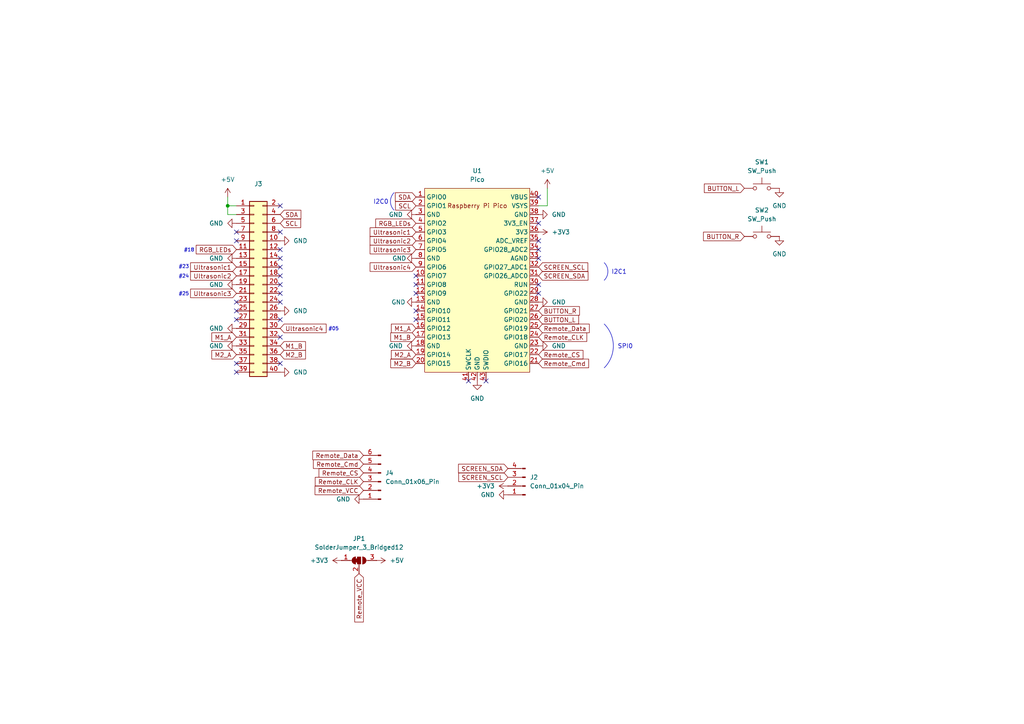
<source format=kicad_sch>
(kicad_sch (version 20231120) (generator "eeschema") (generator_version "8.0")
  (paper "A4")
  (lib_symbols
    (symbol "Connector:Conn_01x04_Pin" (pin_names (offset 1.016) hide)
      (property "Reference" "J" (at 0 5.08 0))
      (property "Value" "Conn_01x04_Pin" (at 0 -7.62 0))
      (symbol "Conn_01x04_Pin_1_1"
        (polyline (pts (xy 1.27 -5.08) (xy 0.8636 -5.08)) (stroke (width 0.1524)))
        (polyline (pts (xy 1.27 -2.54) (xy 0.8636 -2.54)) (stroke (width 0.1524)))
        (polyline (pts (xy 1.27 0) (xy 0.8636 0)) (stroke (width 0.1524)))
        (polyline (pts (xy 1.27 2.54) (xy 0.8636 2.54)) (stroke (width 0.1524)))
        (rectangle (start 0.8636 -4.953) (end 0 -5.207) (stroke (width 0.1524)) (fill (type outline)))
        (rectangle (start 0.8636 -2.413) (end 0 -2.667) (stroke (width 0.1524)) (fill (type outline)))
        (rectangle (start 0.8636 0.127) (end 0 -0.127) (stroke (width 0.1524)) (fill (type outline)))
        (rectangle (start 0.8636 2.667) (end 0 2.413) (stroke (width 0.1524)) (fill (type outline)))
        (pin passive line (at 5.08 2.54 180) (length 3.81) (name "Pin_1") (number "1"))
        (pin passive line (at 5.08 0 180) (length 3.81) (name "Pin_2") (number "2"))
        (pin passive line (at 5.08 -2.54 180) (length 3.81) (name "Pin_3") (number "3"))
        (pin passive line (at 5.08 -5.08 180) (length 3.81) (name "Pin_4") (number "4"))
      )
    )
    (symbol "Connector:Conn_01x06_Pin" (pin_names (offset 1.016) hide)
      (property "Reference" "J" (at 0 7.62 0))
      (property "Value" "Conn_01x06_Pin" (at 0 -10.16 0))
      (symbol "Conn_01x06_Pin_1_1"
        (polyline (pts (xy 1.27 -7.62) (xy 0.8636 -7.62)) (stroke (width 0.1524)))
        (polyline (pts (xy 1.27 -5.08) (xy 0.8636 -5.08)) (stroke (width 0.1524)))
        (polyline (pts (xy 1.27 -2.54) (xy 0.8636 -2.54)) (stroke (width 0.1524)))
        (polyline (pts (xy 1.27 0) (xy 0.8636 0)) (stroke (width 0.1524)))
        (polyline (pts (xy 1.27 2.54) (xy 0.8636 2.54)) (stroke (width 0.1524)))
        (polyline (pts (xy 1.27 5.08) (xy 0.8636 5.08)) (stroke (width 0.1524)))
        (rectangle (start 0.8636 -7.493) (end 0 -7.747) (stroke (width 0.1524)) (fill (type outline)))
        (rectangle (start 0.8636 -4.953) (end 0 -5.207) (stroke (width 0.1524)) (fill (type outline)))
        (rectangle (start 0.8636 -2.413) (end 0 -2.667) (stroke (width 0.1524)) (fill (type outline)))
        (rectangle (start 0.8636 0.127) (end 0 -0.127) (stroke (width 0.1524)) (fill (type outline)))
        (rectangle (start 0.8636 2.667) (end 0 2.413) (stroke (width 0.1524)) (fill (type outline)))
        (rectangle (start 0.8636 5.207) (end 0 4.953) (stroke (width 0.1524)) (fill (type outline)))
        (pin passive line (at 5.08 5.08 180) (length 3.81) (name "Pin_1") (number "1"))
        (pin passive line (at 5.08 2.54 180) (length 3.81) (name "Pin_2") (number "2"))
        (pin passive line (at 5.08 0 180) (length 3.81) (name "Pin_3") (number "3"))
        (pin passive line (at 5.08 -2.54 180) (length 3.81) (name "Pin_4") (number "4"))
        (pin passive line (at 5.08 -5.08 180) (length 3.81) (name "Pin_5") (number "5"))
        (pin passive line (at 5.08 -7.62 180) (length 3.81) (name "Pin_6") (number "6"))
      )
    )
    (symbol "Connector_Generic:Conn_02x20_Odd_Even" (pin_names (offset 1.016) hide)
      (property "Reference" "J" (at 1.27 25.4 0))
      (property "Value" "Conn_02x20_Odd_Even" (at 1.27 -27.94 0))
      (symbol "Conn_02x20_Odd_Even_1_1"
        (rectangle (start -1.27 -25.273) (end 0 -25.527) (stroke (width 0.1524)))
        (rectangle (start -1.27 -22.733) (end 0 -22.987) (stroke (width 0.1524)))
        (rectangle (start -1.27 -20.193) (end 0 -20.447) (stroke (width 0.1524)))
        (rectangle (start -1.27 -17.653) (end 0 -17.907) (stroke (width 0.1524)))
        (rectangle (start -1.27 -15.113) (end 0 -15.367) (stroke (width 0.1524)))
        (rectangle (start -1.27 -12.573) (end 0 -12.827) (stroke (width 0.1524)))
        (rectangle (start -1.27 -10.033) (end 0 -10.287) (stroke (width 0.1524)))
        (rectangle (start -1.27 -7.493) (end 0 -7.747) (stroke (width 0.1524)))
        (rectangle (start -1.27 -4.953) (end 0 -5.207) (stroke (width 0.1524)))
        (rectangle (start -1.27 -2.413) (end 0 -2.667) (stroke (width 0.1524)))
        (rectangle (start -1.27 0.127) (end 0 -0.127) (stroke (width 0.1524)))
        (rectangle (start -1.27 2.667) (end 0 2.413) (stroke (width 0.1524)))
        (rectangle (start -1.27 5.207) (end 0 4.953) (stroke (width 0.1524)))
        (rectangle (start -1.27 7.747) (end 0 7.493) (stroke (width 0.1524)))
        (rectangle (start -1.27 10.287) (end 0 10.033) (stroke (width 0.1524)))
        (rectangle (start -1.27 12.827) (end 0 12.573) (stroke (width 0.1524)))
        (rectangle (start -1.27 15.367) (end 0 15.113) (stroke (width 0.1524)))
        (rectangle (start -1.27 17.907) (end 0 17.653) (stroke (width 0.1524)))
        (rectangle (start -1.27 20.447) (end 0 20.193) (stroke (width 0.1524)))
        (rectangle (start -1.27 22.987) (end 0 22.733) (stroke (width 0.1524)))
        (rectangle (start -1.27 24.13) (end 3.81 -26.67) (stroke (width 0.254)) (fill (type background)))
        (rectangle (start 3.81 -25.273) (end 2.54 -25.527) (stroke (width 0.1524)))
        (rectangle (start 3.81 -22.733) (end 2.54 -22.987) (stroke (width 0.1524)))
        (rectangle (start 3.81 -20.193) (end 2.54 -20.447) (stroke (width 0.1524)))
        (rectangle (start 3.81 -17.653) (end 2.54 -17.907) (stroke (width 0.1524)))
        (rectangle (start 3.81 -15.113) (end 2.54 -15.367) (stroke (width 0.1524)))
        (rectangle (start 3.81 -12.573) (end 2.54 -12.827) (stroke (width 0.1524)))
        (rectangle (start 3.81 -10.033) (end 2.54 -10.287) (stroke (width 0.1524)))
        (rectangle (start 3.81 -7.493) (end 2.54 -7.747) (stroke (width 0.1524)))
        (rectangle (start 3.81 -4.953) (end 2.54 -5.207) (stroke (width 0.1524)))
        (rectangle (start 3.81 -2.413) (end 2.54 -2.667) (stroke (width 0.1524)))
        (rectangle (start 3.81 0.127) (end 2.54 -0.127) (stroke (width 0.1524)))
        (rectangle (start 3.81 2.667) (end 2.54 2.413) (stroke (width 0.1524)))
        (rectangle (start 3.81 5.207) (end 2.54 4.953) (stroke (width 0.1524)))
        (rectangle (start 3.81 7.747) (end 2.54 7.493) (stroke (width 0.1524)))
        (rectangle (start 3.81 10.287) (end 2.54 10.033) (stroke (width 0.1524)))
        (rectangle (start 3.81 12.827) (end 2.54 12.573) (stroke (width 0.1524)))
        (rectangle (start 3.81 15.367) (end 2.54 15.113) (stroke (width 0.1524)))
        (rectangle (start 3.81 17.907) (end 2.54 17.653) (stroke (width 0.1524)))
        (rectangle (start 3.81 20.447) (end 2.54 20.193) (stroke (width 0.1524)))
        (rectangle (start 3.81 22.987) (end 2.54 22.733) (stroke (width 0.1524)))
        (pin passive line (at -5.08 22.86 0) (length 3.81) (name "Pin_1") (number "1"))
        (pin passive line (at 7.62 12.7 180) (length 3.81) (name "Pin_10") (number "10"))
        (pin passive line (at -5.08 10.16 0) (length 3.81) (name "Pin_11") (number "11"))
        (pin passive line (at 7.62 10.16 180) (length 3.81) (name "Pin_12") (number "12"))
        (pin passive line (at -5.08 7.62 0) (length 3.81) (name "Pin_13") (number "13"))
        (pin passive line (at 7.62 7.62 180) (length 3.81) (name "Pin_14") (number "14"))
        (pin passive line (at -5.08 5.08 0) (length 3.81) (name "Pin_15") (number "15"))
        (pin passive line (at 7.62 5.08 180) (length 3.81) (name "Pin_16") (number "16"))
        (pin passive line (at -5.08 2.54 0) (length 3.81) (name "Pin_17") (number "17"))
        (pin passive line (at 7.62 2.54 180) (length 3.81) (name "Pin_18") (number "18"))
        (pin passive line (at -5.08 0 0) (length 3.81) (name "Pin_19") (number "19"))
        (pin passive line (at 7.62 22.86 180) (length 3.81) (name "Pin_2") (number "2"))
        (pin passive line (at 7.62 0 180) (length 3.81) (name "Pin_20") (number "20"))
        (pin passive line (at -5.08 -2.54 0) (length 3.81) (name "Pin_21") (number "21"))
        (pin passive line (at 7.62 -2.54 180) (length 3.81) (name "Pin_22") (number "22"))
        (pin passive line (at -5.08 -5.08 0) (length 3.81) (name "Pin_23") (number "23"))
        (pin passive line (at 7.62 -5.08 180) (length 3.81) (name "Pin_24") (number "24"))
        (pin passive line (at -5.08 -7.62 0) (length 3.81) (name "Pin_25") (number "25"))
        (pin passive line (at 7.62 -7.62 180) (length 3.81) (name "Pin_26") (number "26"))
        (pin passive line (at -5.08 -10.16 0) (length 3.81) (name "Pin_27") (number "27"))
        (pin passive line (at 7.62 -10.16 180) (length 3.81) (name "Pin_28") (number "28"))
        (pin passive line (at -5.08 -12.7 0) (length 3.81) (name "Pin_29") (number "29"))
        (pin passive line (at -5.08 20.32 0) (length 3.81) (name "Pin_3") (number "3"))
        (pin passive line (at 7.62 -12.7 180) (length 3.81) (name "Pin_30") (number "30"))
        (pin passive line (at -5.08 -15.24 0) (length 3.81) (name "Pin_31") (number "31"))
        (pin passive line (at 7.62 -15.24 180) (length 3.81) (name "Pin_32") (number "32"))
        (pin passive line (at -5.08 -17.78 0) (length 3.81) (name "Pin_33") (number "33"))
        (pin passive line (at 7.62 -17.78 180) (length 3.81) (name "Pin_34") (number "34"))
        (pin passive line (at -5.08 -20.32 0) (length 3.81) (name "Pin_35") (number "35"))
        (pin passive line (at 7.62 -20.32 180) (length 3.81) (name "Pin_36") (number "36"))
        (pin passive line (at -5.08 -22.86 0) (length 3.81) (name "Pin_37") (number "37"))
        (pin passive line (at 7.62 -22.86 180) (length 3.81) (name "Pin_38") (number "38"))
        (pin passive line (at -5.08 -25.4 0) (length 3.81) (name "Pin_39") (number "39"))
        (pin passive line (at 7.62 20.32 180) (length 3.81) (name "Pin_4") (number "4"))
        (pin passive line (at 7.62 -25.4 180) (length 3.81) (name "Pin_40") (number "40"))
        (pin passive line (at -5.08 17.78 0) (length 3.81) (name "Pin_5") (number "5"))
        (pin passive line (at 7.62 17.78 180) (length 3.81) (name "Pin_6") (number "6"))
        (pin passive line (at -5.08 15.24 0) (length 3.81) (name "Pin_7") (number "7"))
        (pin passive line (at 7.62 15.24 180) (length 3.81) (name "Pin_8") (number "8"))
        (pin passive line (at -5.08 12.7 0) (length 3.81) (name "Pin_9") (number "9"))
      )
    )
    (symbol "Jumper:SolderJumper_3_Bridged12" (pin_names (offset 0) hide) (exclude_from_sim yes) (in_bom no)
      (property "Reference" "JP" (at -2.54 -2.54 0))
      (property "Value" "SolderJumper_3_Bridged12" (at 0 2.794 0))
      (symbol "SolderJumper_3_Bridged12_0_1"
        (rectangle (start -1.016 0.508) (end -0.508 -0.508) (fill (type outline)))
        (arc (start -1.016 1.016) (mid -2.0276 0) (end -1.016 -1.016))
        (arc (start -1.016 1.016) (mid -2.0276 0) (end -1.016 -1.016) (fill (type outline)))
        (rectangle (start -0.508 1.016) (end 0.508 -1.016) (fill (type outline)))
        (polyline (pts (xy -2.54 0) (xy -2.032 0)))
        (polyline (pts (xy -1.016 1.016) (xy -1.016 -1.016)))
        (polyline (pts (xy 0 -1.27) (xy 0 -1.016)))
        (polyline (pts (xy 1.016 1.016) (xy 1.016 -1.016)))
        (polyline (pts (xy 2.54 0) (xy 2.032 0)))
        (arc (start 1.016 -1.016) (mid 2.0276 0) (end 1.016 1.016))
        (arc (start 1.016 -1.016) (mid 2.0276 0) (end 1.016 1.016) (fill (type outline)))
      )
      (symbol "SolderJumper_3_Bridged12_1_1"
        (pin passive line (at -5.08 0 0) (length 2.54) (name "A") (number "1"))
        (pin passive line (at 0 -3.81 90) (length 2.54) (name "C") (number "2"))
        (pin passive line (at 5.08 0 180) (length 2.54) (name "B") (number "3"))
      )
    )
    (symbol "MCU_RaspberryPi_and_Boards:Pico"
      (property "Reference" "U" (at -13.97 27.94 0))
      (property "Value" "Pico" (at 0 19.05 0))
      (symbol "Pico_0_0"
        (text "Raspberry Pi Pico" (at 0 21.59 0) (effects (font (size 1.27 1.27))))
      )
      (symbol "Pico_0_1"
        (rectangle (start -15.24 26.67) (end 15.24 -26.67) (fill (type background)))
      )
      (symbol "Pico_1_1"
        (pin bidirectional line (at -17.78 24.13 0) (length 2.54) (name "GPIO0") (number "1"))
        (pin bidirectional line (at -17.78 1.27 0) (length 2.54) (name "GPIO7") (number "10"))
        (pin bidirectional line (at -17.78 -1.27 0) (length 2.54) (name "GPIO8") (number "11"))
        (pin bidirectional line (at -17.78 -3.81 0) (length 2.54) (name "GPIO9") (number "12"))
        (pin power_in line (at -17.78 -6.35 0) (length 2.54) (name "GND") (number "13"))
        (pin bidirectional line (at -17.78 -8.89 0) (length 2.54) (name "GPIO10") (number "14"))
        (pin bidirectional line (at -17.78 -11.43 0) (length 2.54) (name "GPIO11") (number "15"))
        (pin bidirectional line (at -17.78 -13.97 0) (length 2.54) (name "GPIO12") (number "16"))
        (pin bidirectional line (at -17.78 -16.51 0) (length 2.54) (name "GPIO13") (number "17"))
        (pin power_in line (at -17.78 -19.05 0) (length 2.54) (name "GND") (number "18"))
        (pin bidirectional line (at -17.78 -21.59 0) (length 2.54) (name "GPIO14") (number "19"))
        (pin bidirectional line (at -17.78 21.59 0) (length 2.54) (name "GPIO1") (number "2"))
        (pin bidirectional line (at -17.78 -24.13 0) (length 2.54) (name "GPIO15") (number "20"))
        (pin bidirectional line (at 17.78 -24.13 180) (length 2.54) (name "GPIO16") (number "21"))
        (pin bidirectional line (at 17.78 -21.59 180) (length 2.54) (name "GPIO17") (number "22"))
        (pin power_in line (at 17.78 -19.05 180) (length 2.54) (name "GND") (number "23"))
        (pin bidirectional line (at 17.78 -16.51 180) (length 2.54) (name "GPIO18") (number "24"))
        (pin bidirectional line (at 17.78 -13.97 180) (length 2.54) (name "GPIO19") (number "25"))
        (pin bidirectional line (at 17.78 -11.43 180) (length 2.54) (name "GPIO20") (number "26"))
        (pin bidirectional line (at 17.78 -8.89 180) (length 2.54) (name "GPIO21") (number "27"))
        (pin power_in line (at 17.78 -6.35 180) (length 2.54) (name "GND") (number "28"))
        (pin bidirectional line (at 17.78 -3.81 180) (length 2.54) (name "GPIO22") (number "29"))
        (pin power_in line (at -17.78 19.05 0) (length 2.54) (name "GND") (number "3"))
        (pin input line (at 17.78 -1.27 180) (length 2.54) (name "RUN") (number "30"))
        (pin bidirectional line (at 17.78 1.27 180) (length 2.54) (name "GPIO26_ADC0") (number "31"))
        (pin bidirectional line (at 17.78 3.81 180) (length 2.54) (name "GPIO27_ADC1") (number "32"))
        (pin power_in line (at 17.78 6.35 180) (length 2.54) (name "AGND") (number "33"))
        (pin bidirectional line (at 17.78 8.89 180) (length 2.54) (name "GPIO28_ADC2") (number "34"))
        (pin power_in line (at 17.78 11.43 180) (length 2.54) (name "ADC_VREF") (number "35"))
        (pin power_in line (at 17.78 13.97 180) (length 2.54) (name "3V3") (number "36"))
        (pin input line (at 17.78 16.51 180) (length 2.54) (name "3V3_EN") (number "37"))
        (pin bidirectional line (at 17.78 19.05 180) (length 2.54) (name "GND") (number "38"))
        (pin power_in line (at 17.78 21.59 180) (length 2.54) (name "VSYS") (number "39"))
        (pin bidirectional line (at -17.78 16.51 0) (length 2.54) (name "GPIO2") (number "4"))
        (pin power_in line (at 17.78 24.13 180) (length 2.54) (name "VBUS") (number "40"))
        (pin input line (at -2.54 -29.21 90) (length 2.54) (name "SWCLK") (number "41"))
        (pin power_in line (at 0 -29.21 90) (length 2.54) (name "GND") (number "42"))
        (pin bidirectional line (at 2.54 -29.21 90) (length 2.54) (name "SWDIO") (number "43"))
        (pin bidirectional line (at -17.78 13.97 0) (length 2.54) (name "GPIO3") (number "5"))
        (pin bidirectional line (at -17.78 11.43 0) (length 2.54) (name "GPIO4") (number "6"))
        (pin bidirectional line (at -17.78 8.89 0) (length 2.54) (name "GPIO5") (number "7"))
        (pin power_in line (at -17.78 6.35 0) (length 2.54) (name "GND") (number "8"))
        (pin bidirectional line (at -17.78 3.81 0) (length 2.54) (name "GPIO6") (number "9"))
      )
    )
    (symbol "Switch:SW_Push" (pin_numbers hide) (pin_names (offset 1.016) hide)
      (property "Reference" "SW" (at 1.27 2.54 0))
      (property "Value" "SW_Push" (at 0 -1.524 0))
      (symbol "SW_Push_0_1"
        (circle (center -2.032 0) (radius 0.508))
        (polyline (pts (xy 0 1.27) (xy 0 3.048)))
        (polyline (pts (xy 2.54 1.27) (xy -2.54 1.27)))
        (circle (center 2.032 0) (radius 0.508))
        (pin passive line (at -5.08 0 0) (length 2.54) (name "1") (number "1"))
        (pin passive line (at 5.08 0 180) (length 2.54) (name "2") (number "2"))
      )
    )
    (symbol "power:+3V3" (power) (pin_numbers hide) (pin_names (offset 0) hide)
      (property "Value" "+3V3" (at 0 3.556 0))
      (symbol "+3V3_0_1"
        (polyline (pts (xy -0.762 1.27) (xy 0 2.54)))
        (polyline (pts (xy 0 0) (xy 0 2.54)))
        (polyline (pts (xy 0 2.54) (xy 0.762 1.27)))
      )
      (symbol "+3V3_1_1"
        (pin power_in line (at 0 0 90) (length 0) (name "~") (number "1"))
      )
    )
    (symbol "power:+5V" (power) (pin_numbers hide) (pin_names (offset 0) hide)
      (property "Value" "+5V" (at 0 3.556 0))
      (symbol "+5V_0_1"
        (polyline (pts (xy -0.762 1.27) (xy 0 2.54)))
        (polyline (pts (xy 0 0) (xy 0 2.54)))
        (polyline (pts (xy 0 2.54) (xy 0.762 1.27)))
      )
      (symbol "+5V_1_1"
        (pin power_in line (at 0 0 90) (length 0) (name "~") (number "1"))
      )
    )
    (symbol "power:GND" (power) (pin_numbers hide) (pin_names (offset 0) hide)
      (property "Value" "GND" (at 0 -3.81 0))
      (symbol "GND_0_1"
        (polyline (pts (xy 0 0) (xy 0 -1.27) (xy 1.27 -1.27) (xy 0 -2.54) (xy -1.27 -1.27) (xy 0 -1.27)))
      )
      (symbol "GND_1_1"
        (pin power_in line (at 0 0 270) (length 0) (name "~") (number "1"))
      )
    )
  )
  (junction (at 66.04 59.69))
  (no_connect (at 81.28 72.39))
  (no_connect (at 120.65 90.17))
  (no_connect (at 81.28 87.63))
  (no_connect (at 135.89 110.49))
  (no_connect (at 81.28 97.79))
  (no_connect (at 120.65 85.09))
  (no_connect (at 81.28 80.01))
  (no_connect (at 156.21 64.77))
  (no_connect (at 81.28 74.93))
  (no_connect (at 68.58 87.63))
  (no_connect (at 120.65 92.71))
  (no_connect (at 81.28 85.09))
  (no_connect (at 156.21 85.09))
  (no_connect (at 68.58 67.31))
  (no_connect (at 156.21 74.93))
  (no_connect (at 81.28 67.31))
  (no_connect (at 68.58 69.85))
  (no_connect (at 81.28 92.71))
  (no_connect (at 120.65 80.01))
  (no_connect (at 156.21 72.39))
  (no_connect (at 68.58 92.71))
  (no_connect (at 120.65 82.55))
  (no_connect (at 68.58 105.41))
  (no_connect (at 156.21 82.55))
  (no_connect (at 140.97 110.49))
  (no_connect (at 156.21 69.85))
  (no_connect (at 81.28 82.55))
  (no_connect (at 68.58 107.95))
  (no_connect (at 156.21 57.15))
  (no_connect (at 81.28 59.69))
  (no_connect (at 81.28 77.47))
  (no_connect (at 81.28 105.41))
  (no_connect (at 68.58 90.17))
  (wire (pts (xy 156.21 59.69) (xy 158.75 59.69)))
  (wire (pts (xy 66.04 62.23) (xy 68.58 62.23)))
  (wire (pts (xy 66.04 59.69) (xy 66.04 62.23)))
  (wire (pts (xy 158.75 54.61) (xy 158.75 59.69)))
  (wire (pts (xy 66.04 59.69) (xy 68.58 59.69)))
  (wire (pts (xy 66.04 57.15) (xy 66.04 59.69)))
  (arc (start 175.26 93.98) (mid 177.8903 100.33) (end 175.26 106.68))
  (arc (start 114.3 60.96) (mid 113.2479 58.42) (end 114.3 55.88))
  (arc (start 175.26 76.2) (mid 176.3121 78.74) (end 175.26 81.28))
  (text "I2C1" (at 179.578 78.994 0) (effects (font (size 1.27 1.27))))
  (text "#24" (at 53.34 80.264 0) (effects (font (size 1 1))))
  (text "SPI0" (at 181.356 100.584 0) (effects (font (size 1.27 1.27))))
  (text "#18" (at 54.864 72.644 0) (effects (font (size 1 1))))
  (text "#05" (at 96.774 95.504 0) (effects (font (size 1 1))))
  (text "#23" (at 53.34 77.47 0) (effects (font (size 1 1))))
  (text "I2C0" (at 110.49 58.674 0) (effects (font (size 1.27 1.27))))
  (text "#25" (at 53.34 85.344 0) (effects (font (size 1 1))))
  (global_label "Ultrasonic4" (shape input) (at 81.28 95.25 0) (property "Intersheetrefs" "${INTERSHEET_REFS}" (effects (hide yes))))
  (global_label "SCREEN_SCL" (shape input) (at 156.21 77.47 0) (property "Intersheetrefs" "${INTERSHEET_REFS}" (effects (hide yes))))
  (global_label "Remote_Data" (shape input) (at 156.21 95.25 0) (property "Intersheetrefs" "${INTERSHEET_REFS}" (effects (hide yes))))
  (global_label "Ultrasonic2" (shape input) (at 68.58 80.01 180) (property "Intersheetrefs" "${INTERSHEET_REFS}" (effects (hide yes))))
  (global_label "BUTTON_R" (shape input) (at 156.21 90.17 0) (property "Intersheetrefs" "${INTERSHEET_REFS}" (effects (hide yes))))
  (global_label "BUTTON_L" (shape input) (at 215.9 54.61 180) (property "Intersheetrefs" "${INTERSHEET_REFS}" (effects (hide yes))))
  (global_label "M2_A" (shape input) (at 68.58 102.87 180) (property "Intersheetrefs" "${INTERSHEET_REFS}" (effects (hide yes))))
  (global_label "M1_A" (shape input) (at 68.58 97.79 180) (property "Intersheetrefs" "${INTERSHEET_REFS}" (effects (hide yes))))
  (global_label "Remote_CS" (shape input) (at 105.41 137.16 180) (property "Intersheetrefs" "${INTERSHEET_REFS}" (effects (hide yes))))
  (global_label "M1_B" (shape input) (at 120.65 97.79 180) (property "Intersheetrefs" "${INTERSHEET_REFS}" (effects (hide yes))))
  (global_label "Ultrasonic1" (shape input) (at 68.58 77.47 180) (property "Intersheetrefs" "${INTERSHEET_REFS}" (effects (hide yes))))
  (global_label "Remote_Data" (shape input) (at 105.41 132.08 180) (property "Intersheetrefs" "${INTERSHEET_REFS}" (effects (hide yes))))
  (global_label "Remote_CLK" (shape input) (at 105.41 139.7 180) (property "Intersheetrefs" "${INTERSHEET_REFS}" (effects (hide yes))))
  (global_label "BUTTON_L" (shape input) (at 156.21 92.71 0) (property "Intersheetrefs" "${INTERSHEET_REFS}" (effects (hide yes))))
  (global_label "M1_B" (shape input) (at 81.28 100.33 0) (property "Intersheetrefs" "${INTERSHEET_REFS}" (effects (hide yes))))
  (global_label "SCREEN_SDA" (shape input) (at 156.21 80.01 0) (property "Intersheetrefs" "${INTERSHEET_REFS}" (effects (hide yes))))
  (global_label "Remote_Cmd" (shape input) (at 105.41 134.62 180) (property "Intersheetrefs" "${INTERSHEET_REFS}" (effects (hide yes))))
  (global_label "SCL" (shape input) (at 81.28 64.77 0) (property "Intersheetrefs" "${INTERSHEET_REFS}" (effects (hide yes))))
  (global_label "SCREEN_SCL" (shape input) (at 147.32 138.43 180) (property "Intersheetrefs" "${INTERSHEET_REFS}" (effects (hide yes))))
  (global_label "Remote_CLK" (shape input) (at 156.21 97.79 0) (property "Intersheetrefs" "${INTERSHEET_REFS}" (effects (hide yes))))
  (global_label "M2_A" (shape input) (at 120.65 102.87 180) (property "Intersheetrefs" "${INTERSHEET_REFS}" (effects (hide yes))))
  (global_label "M2_B" (shape input) (at 120.65 105.41 180) (property "Intersheetrefs" "${INTERSHEET_REFS}" (effects (hide yes))))
  (global_label "Ultrasonic3" (shape input) (at 120.65 72.39 180) (property "Intersheetrefs" "${INTERSHEET_REFS}" (effects (hide yes))))
  (global_label "SDA" (shape input) (at 81.28 62.23 0) (property "Intersheetrefs" "${INTERSHEET_REFS}" (effects (hide yes))))
  (global_label "Remote_VCC" (shape input) (at 105.41 142.24 180) (property "Intersheetrefs" "${INTERSHEET_REFS}" (effects (hide yes))))
  (global_label "SCL" (shape input) (at 120.65 59.69 180) (property "Intersheetrefs" "${INTERSHEET_REFS}" (effects (hide yes))))
  (global_label "Ultrasonic4" (shape input) (at 120.65 77.47 180) (property "Intersheetrefs" "${INTERSHEET_REFS}" (effects (hide yes))))
  (global_label "Remote_Cmd" (shape input) (at 156.21 105.41 0) (property "Intersheetrefs" "${INTERSHEET_REFS}" (effects (hide yes))))
  (global_label "RGB_LEDs" (shape input) (at 120.65 64.77 180) (property "Intersheetrefs" "${INTERSHEET_REFS}" (effects (hide yes))))
  (global_label "Ultrasonic1" (shape input) (at 120.65 67.31 180) (property "Intersheetrefs" "${INTERSHEET_REFS}" (effects (hide yes))))
  (global_label "BUTTON_R" (shape input) (at 215.9 68.58 180) (property "Intersheetrefs" "${INTERSHEET_REFS}" (effects (hide yes))))
  (global_label "M1_A" (shape input) (at 120.65 95.25 180) (property "Intersheetrefs" "${INTERSHEET_REFS}" (effects (hide yes))))
  (global_label "Ultrasonic2" (shape input) (at 120.65 69.85 180) (property "Intersheetrefs" "${INTERSHEET_REFS}" (effects (hide yes))))
  (global_label "Remote_VCC" (shape input) (at 104.14 166.37 270) (property "Intersheetrefs" "${INTERSHEET_REFS}" (effects (hide yes))))
  (global_label "SCREEN_SDA" (shape input) (at 147.32 135.89 180) (property "Intersheetrefs" "${INTERSHEET_REFS}" (effects (hide yes))))
  (global_label "RGB_LEDs" (shape input) (at 68.58 72.39 180) (property "Intersheetrefs" "${INTERSHEET_REFS}" (effects (hide yes))))
  (global_label "M2_B" (shape input) (at 81.28 102.87 0) (property "Intersheetrefs" "${INTERSHEET_REFS}" (effects (hide yes))))
  (global_label "Ultrasonic3" (shape input) (at 68.58 85.09 180) (property "Intersheetrefs" "${INTERSHEET_REFS}" (effects (hide yes))))
  (global_label "Remote_CS" (shape input) (at 156.21 102.87 0) (property "Intersheetrefs" "${INTERSHEET_REFS}" (effects (hide yes))))
  (global_label "SDA" (shape input) (at 120.65 57.15 180) (property "Intersheetrefs" "${INTERSHEET_REFS}" (effects (hide yes))))
  (symbol (lib_id "power:GND") (at 68.58 64.77 270) (unit 1)
    (property "Reference" "#PWR010" (effects (hide yes)))
    (property "Value" "GND" (at 64.77 64.7699 90) (effects (justify right)))
    (property "Description" "Power symbol creates a global label with name \"GND\" , ground" (effects (hide yes)))
  )
  (symbol (lib_id "power:GND") (at 68.58 100.33 270) (unit 1)
    (property "Reference" "#PWR020" (effects (hide yes)))
    (property "Value" "GND" (at 64.77 100.3299 90) (effects (justify right)))
    (property "Description" "Power symbol creates a global label with name \"GND\" , ground" (effects (hide yes)))
  )
  (symbol (lib_id "power:GND") (at 81.28 90.17 90) (unit 1)
    (property "Reference" "#PWR023" (effects (hide yes)))
    (property "Value" "GND" (at 85.09 90.1699 90) (effects (justify right)))
    (property "Description" "Power symbol creates a global label with name \"GND\" , ground" (effects (hide yes)))
  )
  (symbol (lib_id "Connector_Generic:Conn_02x20_Odd_Even") (at 73.66 82.55 0) (unit 1)
    (property "Reference" "J3" (at 74.93 53.34 0))
    (property "Value" "Conn_02x20_Odd_Even" (effects (hide yes)))
    (property "Footprint" "Connector_PinHeader_2.54mm:PinHeader_2x20_P2.54mm_Vertical" (effects (hide yes)))
    (property "Description" "Generic connector, double row, 02x20, odd/even pin numbering scheme (row 1 odd numbers, row 2 even numbers), script generated (kicad-library-utils/schlib/autogen/connector/)" (effects (hide yes)))
  )
  (symbol (lib_id "Switch:SW_Push") (at 220.98 68.58 0) (unit 1)
    (property "Reference" "SW2" (at 220.98 60.96 0))
    (property "Value" "SW_Push" (at 220.98 63.5 0))
    (property "Footprint" "Button_Switch_THT:SW_PUSH_6mm" (effects (hide yes)))
    (property "Description" "Push button switch, generic, two pins" (effects (hide yes)))
  )
  (symbol (lib_id "power:GND") (at 81.28 69.85 90) (unit 1)
    (property "Reference" "#PWR024" (effects (hide yes)))
    (property "Value" "GND" (at 85.09 69.8499 90) (effects (justify right)))
    (property "Description" "Power symbol creates a global label with name \"GND\" , ground" (effects (hide yes)))
  )
  (symbol (lib_id "power:+3V3") (at 147.32 140.97 90) (unit 1)
    (property "Reference" "#PWR016" (effects (hide yes)))
    (property "Value" "+3V3" (at 143.51 140.9699 90) (effects (justify left)))
    (property "Description" "Power symbol creates a global label with name \"+3V3\"" (effects (hide yes)))
  )
  (symbol (lib_id "power:GND") (at 68.58 95.25 270) (unit 1)
    (property "Reference" "#PWR019" (effects (hide yes)))
    (property "Value" "GND" (at 64.77 95.2499 90) (effects (justify right)))
    (property "Description" "Power symbol creates a global label with name \"GND\" , ground" (effects (hide yes)))
  )
  (symbol (lib_id "power:GND") (at 226.06 68.58 0) (unit 1)
    (property "Reference" "#PWR026" (effects (hide yes)))
    (property "Value" "GND" (at 226.06 73.66 0))
    (property "Description" "Power symbol creates a global label with name \"GND\" , ground" (effects (hide yes)))
  )
  (symbol (lib_id "power:GND") (at 147.32 143.51 270) (unit 1)
    (property "Reference" "#PWR017" (effects (hide yes)))
    (property "Value" "GND" (at 143.51 143.5099 90) (effects (justify right)))
    (property "Description" "Power symbol creates a global label with name \"GND\" , ground" (effects (hide yes)))
  )
  (symbol (lib_id "power:GND") (at 105.41 144.78 270) (unit 1)
    (property "Reference" "#PWR015" (effects (hide yes)))
    (property "Value" "GND" (at 101.6 144.7799 90) (effects (justify right)))
    (property "Description" "Power symbol creates a global label with name \"GND\" , ground" (effects (hide yes)))
  )
  (symbol (lib_id "power:+3V3") (at 99.06 162.56 90) (unit 1)
    (property "Reference" "#PWR011" (effects (hide yes)))
    (property "Value" "+3V3" (at 95.25 162.5599 90) (effects (justify left)))
    (property "Description" "Power symbol creates a global label with name \"+3V3\"" (effects (hide yes)))
  )
  (symbol (lib_id "MCU_RaspberryPi_and_Boards:Pico") (at 138.43 81.28 0) (unit 1)
    (property "Reference" "U1" (at 138.43 49.53 0))
    (property "Value" "Pico" (at 138.43 52.07 0))
    (property "Footprint" "MCU_RaspberryPi_and_Boards:RPi_Pico_SMD_TH" (effects (hide yes)))
  )
  (symbol (lib_id "Jumper:SolderJumper_3_Bridged12") (at 104.14 162.56 0) (unit 1) (exclude_from_sim yes) (in_bom no)
    (property "Reference" "JP1" (at 104.14 156.21 0))
    (property "Value" "SolderJumper_3_Bridged12" (at 104.14 158.75 0))
    (property "Footprint" "Jumper:SolderJumper-3_P1.3mm_Bridged12_RoundedPad1.0x1.5mm" (effects (hide yes)))
    (property "Description" "3-pole Solder Jumper, pins 1+2 closed/bridged" (effects (hide yes)))
  )
  (symbol (lib_id "power:GND") (at 138.43 110.49 0) (unit 1)
    (property "Reference" "#PWR014" (effects (hide yes)))
    (property "Value" "GND" (at 138.43 115.57 0))
    (property "Description" "Power symbol creates a global label with name \"GND\" , ground" (effects (hide yes)))
  )
  (symbol (lib_id "power:GND") (at 120.65 87.63 270) (unit 1)
    (property "Reference" "#PWR03" (effects (hide yes)))
    (property "Value" "GND" (at 117.602 87.63 90) (effects (justify right)))
    (property "Description" "Power symbol creates a global label with name \"GND\" , ground" (effects (hide yes)))
  )
  (symbol (lib_id "power:GND") (at 68.58 82.55 270) (unit 1)
    (property "Reference" "#PWR018" (effects (hide yes)))
    (property "Value" "GND" (at 64.77 82.5499 90) (effects (justify right)))
    (property "Description" "Power symbol creates a global label with name \"GND\" , ground" (effects (hide yes)))
  )
  (symbol (lib_id "power:GND") (at 226.06 54.61 0) (unit 1)
    (property "Reference" "#PWR025" (effects (hide yes)))
    (property "Value" "GND" (at 226.06 59.69 0))
    (property "Description" "Power symbol creates a global label with name \"GND\" , ground" (effects (hide yes)))
  )
  (symbol (lib_id "power:+5V") (at 158.75 54.61 0) (unit 1)
    (property "Reference" "#PWR08" (effects (hide yes)))
    (property "Value" "+5V" (at 158.75 49.53 0))
    (property "Description" "Power symbol creates a global label with name \"+5V\"" (effects (hide yes)))
  )
  (symbol (lib_id "power:GND") (at 120.65 74.93 270) (unit 1)
    (property "Reference" "#PWR02" (effects (hide yes)))
    (property "Value" "GND" (at 117.856 74.93 90) (effects (justify right)))
    (property "Description" "Power symbol creates a global label with name \"GND\" , ground" (effects (hide yes)))
  )
  (symbol (lib_id "power:+5V") (at 66.04 57.15 0) (unit 1)
    (property "Reference" "#PWR09" (effects (hide yes)))
    (property "Value" "+5V" (at 66.04 52.07 0))
    (property "Description" "Power symbol creates a global label with name \"+5V\"" (effects (hide yes)))
  )
  (symbol (lib_id "Connector:Conn_01x04_Pin") (at 152.4 140.97 180) (unit 1)
    (property "Reference" "J2" (at 153.67 138.4299 0) (effects (justify right)))
    (property "Value" "Conn_01x04_Pin" (at 153.67 140.9699 0) (effects (justify right)))
    (property "Footprint" "Connector_PinHeader_2.54mm:PinHeader_1x04_P2.54mm_Vertical" (effects (hide yes)))
    (property "Description" "Generic connector, single row, 01x04, script generated" (effects (hide yes)))
  )
  (symbol (lib_id "power:GND") (at 156.21 100.33 90) (unit 1)
    (property "Reference" "#PWR05" (effects (hide yes)))
    (property "Value" "GND" (at 160.02 100.3299 90) (effects (justify right)))
    (property "Description" "Power symbol creates a global label with name \"GND\" , ground" (effects (hide yes)))
  )
  (symbol (lib_id "power:GND") (at 156.21 62.23 90) (unit 1)
    (property "Reference" "#PWR07" (effects (hide yes)))
    (property "Value" "GND" (at 160.02 62.2299 90) (effects (justify right)))
    (property "Description" "Power symbol creates a global label with name \"GND\" , ground" (effects (hide yes)))
  )
  (symbol (lib_id "power:GND") (at 120.65 62.23 270) (unit 1)
    (property "Reference" "#PWR01" (effects (hide yes)))
    (property "Value" "GND" (at 116.84 62.2299 90) (effects (justify right)))
    (property "Description" "Power symbol creates a global label with name \"GND\" , ground" (effects (hide yes)))
  )
  (symbol (lib_id "Connector:Conn_01x06_Pin") (at 110.49 139.7 180) (unit 1)
    (property "Reference" "J4" (at 111.76 137.1599 0) (effects (justify right)))
    (property "Value" "Conn_01x06_Pin" (at 111.76 139.6999 0) (effects (justify right)))
    (property "Footprint" "Connector_PinHeader_2.54mm:PinHeader_1x06_P2.54mm_Vertical" (effects (hide yes)))
    (property "Description" "Generic connector, single row, 01x06, script generated" (effects (hide yes)))
  )
  (symbol (lib_id "Switch:SW_Push") (at 220.98 54.61 0) (unit 1)
    (property "Reference" "SW1" (at 220.98 46.99 0))
    (property "Value" "SW_Push" (at 220.98 49.53 0))
    (property "Footprint" "Button_Switch_THT:SW_PUSH_6mm" (effects (hide yes)))
    (property "Description" "Push button switch, generic, two pins" (effects (hide yes)))
  )
  (symbol (lib_id "power:+5V") (at 109.22 162.56 270) (unit 1)
    (property "Reference" "#PWR013" (effects (hide yes)))
    (property "Value" "+5V" (at 113.03 162.5599 90) (effects (justify left)))
    (property "Description" "Power symbol creates a global label with name \"+5V\"" (effects (hide yes)))
  )
  (symbol (lib_id "power:GND") (at 120.65 100.33 270) (unit 1)
    (property "Reference" "#PWR04" (effects (hide yes)))
    (property "Value" "GND" (at 116.84 100.3299 90) (effects (justify right)))
    (property "Description" "Power symbol creates a global label with name \"GND\" , ground" (effects (hide yes)))
  )
  (symbol (lib_id "power:GND") (at 156.21 87.63 90) (unit 1)
    (property "Reference" "#PWR06" (effects (hide yes)))
    (property "Value" "GND" (at 160.02 87.6299 90) (effects (justify right)))
    (property "Description" "Power symbol creates a global label with name \"GND\" , ground" (effects (hide yes)))
  )
  (symbol (lib_id "power:GND") (at 81.28 107.95 90) (unit 1)
    (property "Reference" "#PWR022" (effects (hide yes)))
    (property "Value" "GND" (at 85.09 107.9499 90) (effects (justify right)))
    (property "Description" "Power symbol creates a global label with name \"GND\" , ground" (effects (hide yes)))
  )
  (symbol (lib_id "power:GND") (at 68.58 74.93 270) (unit 1)
    (property "Reference" "#PWR021" (effects (hide yes)))
    (property "Value" "GND" (at 64.77 74.9299 90) (effects (justify right)))
    (property "Description" "Power symbol creates a global label with name \"GND\" , ground" (effects (hide yes)))
  )
  (symbol (lib_id "power:+3V3") (at 156.21 67.31 270) (unit 1)
    (property "Reference" "#PWR012" (effects (hide yes)))
    (property "Value" "+3V3" (at 160.02 67.3099 90) (effects (justify left)))
    (property "Description" "Power symbol creates a global label with name \"+3V3\"" (effects (hide yes)))
  )
)
</source>
